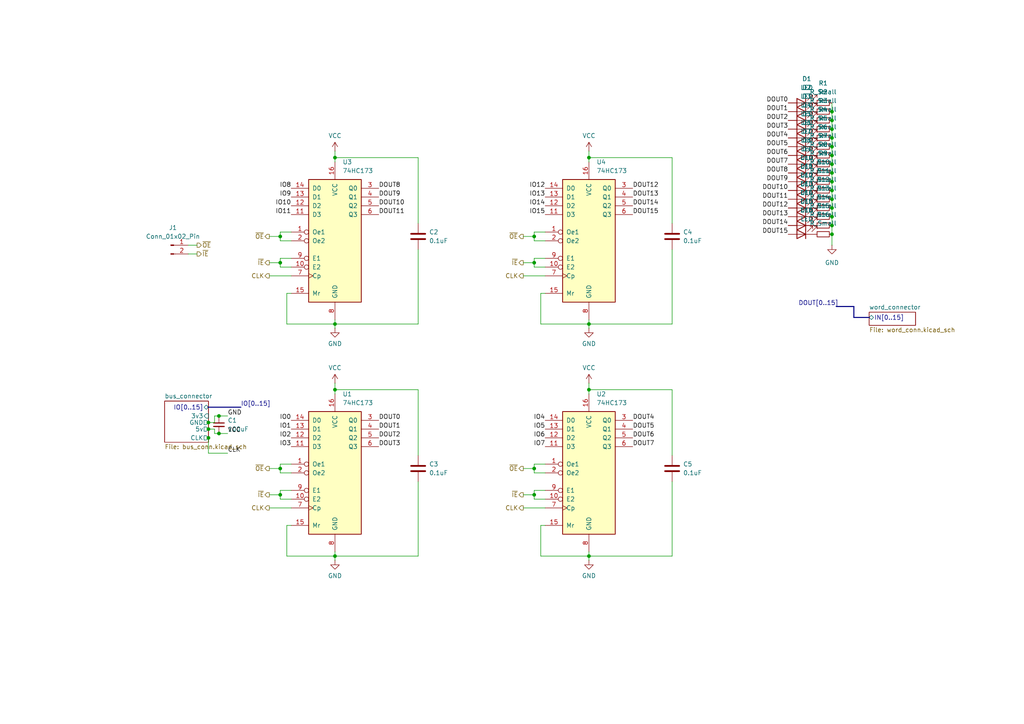
<source format=kicad_sch>
(kicad_sch (version 20231120) (generator "eeschema") (generator_version "8.0")
  (paper "A4")
  (lib_symbols
    (symbol "74xx:74HC173" (pin_names (offset 1.016))
      (property "Reference" "U" (at -7.62 19.05 0))
      (property "Value" "74HC173" (at -7.62 -19.05 0))
      (symbol "74HC173_1_0"
        (pin input inverted (at -12.7 2.54 0) (length 5.08) (name "Oe1") (number "1"))
        (pin input inverted (at -12.7 -7.62 0) (length 5.08) (name "E2") (number "10"))
        (pin input line (at -12.7 7.62 0) (length 5.08) (name "D3") (number "11"))
        (pin input line (at -12.7 10.16 0) (length 5.08) (name "D2") (number "12"))
        (pin input line (at -12.7 12.7 0) (length 5.08) (name "D1") (number "13"))
        (pin input line (at -12.7 15.24 0) (length 5.08) (name "D0") (number "14"))
        (pin input line (at -12.7 -15.24 0) (length 5.08) (name "Mr") (number "15"))
        (pin power_in line (at 0 22.86 270) (length 5.08) (name "VCC") (number "16"))
        (pin input inverted (at -12.7 0 0) (length 5.08) (name "Oe2") (number "2"))
        (pin tri_state line (at 12.7 15.24 180) (length 5.08) (name "Q0") (number "3"))
        (pin tri_state line (at 12.7 12.7 180) (length 5.08) (name "Q1") (number "4"))
        (pin tri_state line (at 12.7 10.16 180) (length 5.08) (name "Q2") (number "5"))
        (pin tri_state line (at 12.7 7.62 180) (length 5.08) (name "Q3") (number "6"))
        (pin input clock (at -12.7 -10.16 0) (length 5.08) (name "Cp") (number "7"))
        (pin power_in line (at 0 -22.86 90) (length 5.08) (name "GND") (number "8"))
        (pin input inverted (at -12.7 -5.08 0) (length 5.08) (name "E1") (number "9"))
      )
      (symbol "74HC173_1_1"
        (rectangle (start -7.62 17.78) (end 7.62 -17.78) (stroke (width 0.254)) (fill (type background)))
      )
    )
    (symbol "Connector:Conn_01x02_Pin" (pin_names (offset 1.016) hide)
      (property "Reference" "J" (at 0 2.54 0))
      (property "Value" "Conn_01x02_Pin" (at 0 -5.08 0))
      (symbol "Conn_01x02_Pin_1_1"
        (polyline (pts (xy 1.27 -2.54) (xy 0.8636 -2.54)) (stroke (width 0.1524)))
        (polyline (pts (xy 1.27 0) (xy 0.8636 0)) (stroke (width 0.1524)))
        (rectangle (start 0.8636 -2.413) (end 0 -2.667) (stroke (width 0.1524)) (fill (type outline)))
        (rectangle (start 0.8636 0.127) (end 0 -0.127) (stroke (width 0.1524)) (fill (type outline)))
        (pin passive line (at 5.08 0 180) (length 3.81) (name "Pin_1") (number "1"))
        (pin passive line (at 5.08 -2.54 180) (length 3.81) (name "Pin_2") (number "2"))
      )
    )
    (symbol "Device:C" (pin_numbers hide) (pin_names (offset 0.254))
      (property "Reference" "C" (at 0.635 2.54 0))
      (property "Value" "C" (at 0.635 -2.54 0))
      (symbol "C_0_1"
        (polyline (pts (xy -2.032 -0.762) (xy 2.032 -0.762)) (stroke (width 0.508)))
        (polyline (pts (xy -2.032 0.762) (xy 2.032 0.762)) (stroke (width 0.508)))
      )
      (symbol "C_1_1"
        (pin passive line (at 0 3.81 270) (length 2.794) (name "~") (number "1"))
        (pin passive line (at 0 -3.81 90) (length 2.794) (name "~") (number "2"))
      )
    )
    (symbol "Device:C_Small" (pin_numbers hide) (pin_names (offset 0.254) hide)
      (property "Reference" "C" (at 0.254 1.778 0))
      (property "Value" "C_Small" (at 0.254 -2.032 0))
      (symbol "C_Small_0_1"
        (polyline (pts (xy -1.524 -0.508) (xy 1.524 -0.508)) (stroke (width 0.3302)))
        (polyline (pts (xy -1.524 0.508) (xy 1.524 0.508)) (stroke (width 0.3048)))
      )
      (symbol "C_Small_1_1"
        (pin passive line (at 0 2.54 270) (length 2.032) (name "~") (number "1"))
        (pin passive line (at 0 -2.54 90) (length 2.032) (name "~") (number "2"))
      )
    )
    (symbol "Device:LED" (pin_numbers hide) (pin_names (offset 1.016) hide)
      (property "Reference" "D" (at 0 2.54 0))
      (property "Value" "LED" (at 0 -2.54 0))
      (symbol "LED_0_1"
        (polyline (pts (xy -1.27 -1.27) (xy -1.27 1.27)) (stroke (width 0.254)))
        (polyline (pts (xy -1.27 0) (xy 1.27 0)))
        (polyline (pts (xy 1.27 -1.27) (xy 1.27 1.27) (xy -1.27 0) (xy 1.27 -1.27)) (stroke (width 0.254)))
        (polyline (pts (xy -3.048 -0.762) (xy -4.572 -2.286) (xy -3.81 -2.286) (xy -4.572 -2.286) (xy -4.572 -1.524)))
        (polyline (pts (xy -1.778 -0.762) (xy -3.302 -2.286) (xy -2.54 -2.286) (xy -3.302 -2.286) (xy -3.302 -1.524)))
      )
      (symbol "LED_1_1"
        (pin passive line (at -3.81 0 0) (length 2.54) (name "K") (number "1"))
        (pin passive line (at 3.81 0 180) (length 2.54) (name "A") (number "2"))
      )
    )
    (symbol "Device:R_Small" (pin_numbers hide) (pin_names (offset 0.254) hide)
      (property "Reference" "R" (at 0.762 0.508 0))
      (property "Value" "R_Small" (at 0.762 -1.016 0))
      (symbol "R_Small_0_1"
        (rectangle (start -0.762 1.778) (end 0.762 -1.778) (stroke (width 0.2032)))
      )
      (symbol "R_Small_1_1"
        (pin passive line (at 0 2.54 270) (length 0.762) (name "~") (number "1"))
        (pin passive line (at 0 -2.54 90) (length 0.762) (name "~") (number "2"))
      )
    )
    (symbol "power:GND" (power) (pin_numbers hide) (pin_names (offset 0) hide)
      (property "Value" "GND" (at 0 -3.81 0))
      (symbol "GND_0_1"
        (polyline (pts (xy 0 0) (xy 0 -1.27) (xy 1.27 -1.27) (xy 0 -2.54) (xy -1.27 -1.27) (xy 0 -1.27)))
      )
      (symbol "GND_1_1"
        (pin power_in line (at 0 0 270) (length 0) (name "~") (number "1"))
      )
    )
    (symbol "power:VCC" (power) (pin_numbers hide) (pin_names (offset 0) hide)
      (property "Value" "VCC" (at 0 3.556 0))
      (symbol "VCC_0_1"
        (polyline (pts (xy -0.762 1.27) (xy 0 2.54)))
        (polyline (pts (xy 0 0) (xy 0 2.54)))
        (polyline (pts (xy 0 2.54) (xy 0.762 1.27)))
      )
      (symbol "VCC_1_1"
        (pin power_in line (at 0 0 90) (length 0) (name "~") (number "1"))
      )
    )
  )
  (junction (at 241.3 32.385))
  (junction (at 241.3 42.545))
  (junction (at 154.94 76.2))
  (junction (at 241.3 67.945))
  (junction (at 241.3 62.865))
  (junction (at 63.5 120.65))
  (junction (at 170.815 161.29))
  (junction (at 97.155 161.29))
  (junction (at 97.155 113.03))
  (junction (at 241.3 50.165))
  (junction (at 241.3 52.705))
  (junction (at 154.94 143.51))
  (junction (at 170.815 93.98))
  (junction (at 170.815 45.72))
  (junction (at 241.3 47.625))
  (junction (at 97.155 45.72))
  (junction (at 241.3 40.005))
  (junction (at 60.452 122.555))
  (junction (at 81.28 68.58))
  (junction (at 81.28 76.2))
  (junction (at 170.815 113.03))
  (junction (at 97.155 93.98))
  (junction (at 60.452 127))
  (junction (at 81.28 135.89))
  (junction (at 241.3 34.925))
  (junction (at 154.94 135.89))
  (junction (at 241.3 57.785))
  (junction (at 241.3 45.085))
  (junction (at 81.28 143.51))
  (junction (at 241.3 60.325))
  (junction (at 60.452 124.46))
  (junction (at 154.94 68.58))
  (junction (at 241.3 37.465))
  (junction (at 241.3 55.245))
  (junction (at 241.3 65.405))
  (junction (at 63.5 125.73))
  (wire (pts (xy 81.28 137.16) (xy 84.455 137.16)))
  (wire (pts (xy 241.3 62.865) (xy 241.3 65.405)))
  (wire (pts (xy 154.94 74.93) (xy 154.94 76.2)))
  (wire (pts (xy 241.3 65.405) (xy 241.3 67.945)))
  (wire (pts (xy 62.23 122.555) (xy 62.23 120.65)))
  (wire (pts (xy 84.455 67.31) (xy 81.28 67.31)))
  (wire (pts (xy 241.3 45.085) (xy 241.3 47.625)))
  (wire (pts (xy 78.105 143.51) (xy 81.28 143.51)))
  (wire (pts (xy 241.3 29.845) (xy 241.3 32.385)))
  (wire (pts (xy 60.452 131.445) (xy 60.452 127)))
  (wire (pts (xy 241.3 55.245) (xy 241.3 57.785)))
  (wire (pts (xy 83.185 152.4) (xy 83.185 161.29)))
  (bus (pts (xy 247.65 92.075) (xy 247.65 88.9)))
  (wire (pts (xy 156.845 152.4) (xy 156.845 161.29)))
  (wire (pts (xy 97.155 45.72) (xy 97.155 46.99)))
  (wire (pts (xy 84.455 74.93) (xy 81.28 74.93)))
  (wire (pts (xy 81.28 142.24) (xy 81.28 143.51)))
  (wire (pts (xy 151.765 135.89) (xy 154.94 135.89)))
  (wire (pts (xy 154.94 77.47) (xy 158.115 77.47)))
  (wire (pts (xy 97.155 161.29) (xy 97.155 162.56)))
  (wire (pts (xy 241.3 32.385) (xy 241.3 34.925)))
  (wire (pts (xy 158.115 67.31) (xy 154.94 67.31)))
  (wire (pts (xy 241.3 40.005) (xy 241.3 42.545)))
  (wire (pts (xy 154.94 67.31) (xy 154.94 68.58)))
  (wire (pts (xy 154.94 142.24) (xy 154.94 143.51)))
  (wire (pts (xy 170.815 113.03) (xy 170.815 114.3)))
  (wire (pts (xy 121.285 45.72) (xy 121.285 64.77)))
  (bus (pts (xy 60.325 118.11) (xy 69.85 118.11)))
  (wire (pts (xy 97.155 113.03) (xy 97.155 114.3)))
  (bus (pts (xy 252.095 92.075) (xy 247.65 92.075)))
  (wire (pts (xy 81.28 77.47) (xy 84.455 77.47)))
  (bus (pts (xy 242.57 88.9) (xy 247.65 88.9)))
  (wire (pts (xy 241.3 47.625) (xy 241.3 50.165)))
  (wire (pts (xy 170.815 113.03) (xy 194.945 113.03)))
  (wire (pts (xy 121.285 113.03) (xy 121.285 132.08)))
  (wire (pts (xy 97.155 93.98) (xy 121.285 93.98)))
  (wire (pts (xy 170.815 93.98) (xy 170.815 92.71)))
  (wire (pts (xy 151.765 76.2) (xy 154.94 76.2)))
  (wire (pts (xy 81.28 68.58) (xy 81.28 69.85)))
  (wire (pts (xy 156.845 93.98) (xy 170.815 93.98)))
  (wire (pts (xy 156.845 85.09) (xy 158.115 85.09)))
  (wire (pts (xy 241.3 42.545) (xy 241.3 45.085)))
  (wire (pts (xy 154.94 143.51) (xy 154.94 144.78)))
  (wire (pts (xy 60.325 124.46) (xy 60.452 124.46)))
  (wire (pts (xy 81.28 144.78) (xy 84.455 144.78)))
  (wire (pts (xy 151.765 143.51) (xy 154.94 143.51)))
  (wire (pts (xy 194.945 45.72) (xy 194.945 64.77)))
  (wire (pts (xy 97.155 45.72) (xy 121.285 45.72)))
  (wire (pts (xy 81.28 74.93) (xy 81.28 76.2)))
  (wire (pts (xy 54.61 71.12) (xy 57.15 71.12)))
  (wire (pts (xy 81.28 76.2) (xy 81.28 77.47)))
  (wire (pts (xy 83.185 93.98) (xy 97.155 93.98)))
  (wire (pts (xy 54.61 73.66) (xy 57.15 73.66)))
  (wire (pts (xy 97.155 161.29) (xy 121.285 161.29)))
  (wire (pts (xy 154.94 76.2) (xy 154.94 77.47)))
  (wire (pts (xy 170.815 45.72) (xy 194.945 45.72)))
  (wire (pts (xy 170.815 161.29) (xy 170.815 162.56)))
  (wire (pts (xy 151.765 68.58) (xy 154.94 68.58)))
  (wire (pts (xy 241.3 50.165) (xy 241.3 52.705)))
  (wire (pts (xy 81.28 134.62) (xy 81.28 135.89)))
  (wire (pts (xy 97.155 113.03) (xy 121.285 113.03)))
  (wire (pts (xy 83.185 85.09) (xy 83.185 93.98)))
  (wire (pts (xy 81.28 143.51) (xy 81.28 144.78)))
  (wire (pts (xy 78.105 147.32) (xy 84.455 147.32)))
  (wire (pts (xy 170.815 45.72) (xy 170.815 46.99)))
  (wire (pts (xy 241.3 57.785) (xy 241.3 60.325)))
  (wire (pts (xy 241.3 67.945) (xy 241.3 71.12)))
  (wire (pts (xy 158.115 142.24) (xy 154.94 142.24)))
  (wire (pts (xy 78.105 68.58) (xy 81.28 68.58)))
  (wire (pts (xy 158.115 134.62) (xy 154.94 134.62)))
  (wire (pts (xy 170.815 43.815) (xy 170.815 45.72)))
  (wire (pts (xy 81.28 67.31) (xy 81.28 68.58)))
  (wire (pts (xy 241.3 52.705) (xy 241.3 55.245)))
  (wire (pts (xy 151.765 147.32) (xy 158.115 147.32)))
  (wire (pts (xy 194.945 113.03) (xy 194.945 132.08)))
  (wire (pts (xy 154.94 144.78) (xy 158.115 144.78)))
  (wire (pts (xy 60.452 122.555) (xy 62.23 122.555)))
  (wire (pts (xy 170.815 161.29) (xy 194.945 161.29)))
  (wire (pts (xy 170.815 111.125) (xy 170.815 113.03)))
  (wire (pts (xy 154.94 69.85) (xy 158.115 69.85)))
  (wire (pts (xy 170.815 93.98) (xy 170.815 95.25)))
  (wire (pts (xy 78.105 80.01) (xy 84.455 80.01)))
  (wire (pts (xy 170.815 161.29) (xy 170.815 160.02)))
  (wire (pts (xy 241.3 60.325) (xy 241.3 62.865)))
  (wire (pts (xy 78.105 135.89) (xy 81.28 135.89)))
  (wire (pts (xy 62.23 125.73) (xy 63.5 125.73)))
  (wire (pts (xy 62.23 125.73) (xy 62.23 124.46)))
  (wire (pts (xy 241.3 34.925) (xy 241.3 37.465)))
  (wire (pts (xy 156.845 85.09) (xy 156.845 93.98)))
  (wire (pts (xy 156.845 161.29) (xy 170.815 161.29)))
  (wire (pts (xy 170.815 93.98) (xy 194.945 93.98)))
  (wire (pts (xy 97.155 111.125) (xy 97.155 113.03)))
  (wire (pts (xy 194.945 93.98) (xy 194.945 72.39)))
  (wire (pts (xy 81.28 135.89) (xy 81.28 137.16)))
  (wire (pts (xy 97.155 43.815) (xy 97.155 45.72)))
  (wire (pts (xy 78.105 76.2) (xy 81.28 76.2)))
  (wire (pts (xy 121.285 161.29) (xy 121.285 139.7)))
  (wire (pts (xy 121.285 93.98) (xy 121.285 72.39)))
  (wire (pts (xy 97.155 161.29) (xy 97.155 160.02)))
  (wire (pts (xy 194.945 161.29) (xy 194.945 139.7)))
  (wire (pts (xy 62.23 124.46) (xy 60.452 124.46)))
  (wire (pts (xy 84.455 142.24) (xy 81.28 142.24)))
  (wire (pts (xy 154.94 68.58) (xy 154.94 69.85)))
  (wire (pts (xy 156.845 152.4) (xy 158.115 152.4)))
  (wire (pts (xy 84.455 134.62) (xy 81.28 134.62)))
  (wire (pts (xy 154.94 134.62) (xy 154.94 135.89)))
  (wire (pts (xy 97.155 93.98) (xy 97.155 95.25)))
  (wire (pts (xy 63.5 120.65) (xy 66.04 120.65)))
  (wire (pts (xy 154.94 135.89) (xy 154.94 137.16)))
  (wire (pts (xy 83.185 85.09) (xy 84.455 85.09)))
  (wire (pts (xy 83.185 161.29) (xy 97.155 161.29)))
  (wire (pts (xy 81.28 69.85) (xy 84.455 69.85)))
  (wire (pts (xy 158.115 74.93) (xy 154.94 74.93)))
  (wire (pts (xy 60.325 122.555) (xy 60.452 122.555)))
  (wire (pts (xy 60.452 131.445) (xy 66.04 131.445)))
  (wire (pts (xy 83.185 152.4) (xy 84.455 152.4)))
  (wire (pts (xy 151.765 80.01) (xy 158.115 80.01)))
  (wire (pts (xy 63.5 125.73) (xy 66.04 125.73)))
  (wire (pts (xy 60.325 127) (xy 60.452 127)))
  (wire (pts (xy 154.94 137.16) (xy 158.115 137.16)))
  (wire (pts (xy 97.155 93.98) (xy 97.155 92.71)))
  (wire (pts (xy 241.3 37.465) (xy 241.3 40.005)))
  (wire (pts (xy 62.23 120.65) (xy 63.5 120.65)))
  (label "DOUT6" (at 228.6 45.085 180))
  (label "IO5" (at 158.115 124.46 180))
  (label "DOUT14" (at 183.515 59.69 0))
  (label "DOUT3" (at 228.6 37.465 180))
  (label "IO2" (at 84.455 127 180))
  (label "IO14" (at 158.115 59.69 180))
  (label "DOUT15" (at 183.515 62.23 0))
  (label "DOUT[0..15]" (at 243.205 88.9 180))
  (label "IO7" (at 158.115 129.54 180))
  (label "IO4" (at 158.115 121.92 180))
  (label "IO11" (at 84.455 62.23 180))
  (label "IO3" (at 84.455 129.54 180))
  (label "DOUT10" (at 109.855 59.69 0))
  (label "IO9" (at 84.455 57.15 180))
  (label "DOUT0" (at 109.855 121.92 0))
  (label "IO[0..15]" (at 69.85 118.11 0))
  (label "DOUT13" (at 228.6 62.865 180))
  (label "IO1" (at 84.455 124.46 180))
  (label "DOUT1" (at 228.6 32.385 180))
  (label "DOUT9" (at 228.6 52.705 180))
  (label "DOUT11" (at 228.6 57.785 180))
  (label "DOUT14" (at 228.6 65.405 180))
  (label "DOUT4" (at 183.515 121.92 0))
  (label "DOUT1" (at 109.855 124.46 0))
  (label "IO12" (at 158.115 54.61 180))
  (label "DOUT5" (at 228.6 42.545 180))
  (label "DOUT3" (at 109.855 129.54 0))
  (label "DOUT7" (at 228.6 47.625 180))
  (label "GND" (at 66.04 120.65 0))
  (label "VCC" (at 66.04 125.73 0))
  (label "IO6" (at 158.115 127 180))
  (label "DOUT11" (at 109.855 62.23 0))
  (label "IO8" (at 84.455 54.61 180))
  (label "DOUT13" (at 183.515 57.15 0))
  (label "DOUT8" (at 228.6 50.165 180))
  (label "DOUT8" (at 109.855 54.61 0))
  (label "IO15" (at 158.115 62.23 180))
  (label "DOUT4" (at 228.6 40.005 180))
  (label "DOUT2" (at 228.6 34.925 180))
  (label "IO0" (at 84.455 121.92 180))
  (label "DOUT10" (at 228.6 55.245 180))
  (label "IO10" (at 84.455 59.69 180))
  (label "DOUT7" (at 183.515 129.54 0))
  (label "DOUT6" (at 183.515 127 0))
  (label "DOUT15" (at 228.6 67.945 180))
  (label "DOUT2" (at 109.855 127 0))
  (label "DOUT5" (at 183.515 124.46 0))
  (label "CLK" (at 66.04 131.445 0))
  (label "DOUT12" (at 228.6 60.325 180))
  (label "DOUT12" (at 183.515 54.61 0))
  (label "IO13" (at 158.115 57.15 180))
  (label "DOUT0" (at 228.6 29.845 180))
  (label "DOUT9" (at 109.855 57.15 0))
  (hierarchical_label "~{IE}" (shape output) (at 78.105 76.2 180))
  (hierarchical_label "~{OE}" (shape output) (at 151.765 68.58 180))
  (hierarchical_label "~{IE}" (shape output) (at 78.105 143.51 180))
  (hierarchical_label "~{OE}" (shape output) (at 151.765 135.89 180))
  (hierarchical_label "~{OE}" (shape output) (at 78.105 68.58 180))
  (hierarchical_label "~{OE}" (shape output) (at 78.105 135.89 180))
  (hierarchical_label "CLK" (shape output) (at 78.105 147.32 180))
  (hierarchical_label "~{IE}" (shape output) (at 151.765 143.51 180))
  (hierarchical_label "CLK" (shape output) (at 78.105 80.01 180))
  (hierarchical_label "~{IE}" (shape output) (at 57.15 73.66 0))
  (hierarchical_label "~{IE}" (shape output) (at 151.765 76.2 180))
  (hierarchical_label "CLK" (shape output) (at 151.765 80.01 180))
  (hierarchical_label "CLK" (shape output) (at 151.765 147.32 180))
  (hierarchical_label "~{OE}" (shape output) (at 57.15 71.12 0))
  (symbol (lib_id "Device:R_Small") (at 238.76 65.405 90) (unit 1)
    (property "Reference" "R15" (at 238.76 59.69 90))
    (property "Value" "R_Small" (at 238.76 62.23 90))
    (property "Footprint" "Resistor_SMD:R_0603_1608Metric" (effects (hide yes)))
    (property "Description" "Resistor, small symbol" (effects (hide yes)))
  )
  (symbol (lib_id "Device:R_Small") (at 238.76 57.785 90) (unit 1)
    (property "Reference" "R12" (at 238.76 52.07 90))
    (property "Value" "R_Small" (at 238.76 54.61 90))
    (property "Footprint" "Resistor_SMD:R_0603_1608Metric" (effects (hide yes)))
    (property "Description" "Resistor, small symbol" (effects (hide yes)))
  )
  (symbol (lib_id "power:GND") (at 241.3 71.12 0) (unit 1)
    (property "Reference" "#PWR09" (effects (hide yes)))
    (property "Value" "GND" (at 241.3 76.2 0))
    (property "Description" "Power symbol creates a global label with name \"GND\" , ground" (effects (hide yes)))
  )
  (symbol (lib_id "Device:R_Small") (at 238.76 42.545 90) (unit 1)
    (property "Reference" "R6" (at 238.76 36.83 90))
    (property "Value" "R_Small" (at 238.76 39.37 90))
    (property "Footprint" "Resistor_SMD:R_0603_1608Metric" (effects (hide yes)))
    (property "Description" "Resistor, small symbol" (effects (hide yes)))
  )
  (symbol (lib_id "Device:LED") (at 232.41 40.005 180) (unit 1)
    (property "Reference" "D5" (at 233.9975 33.02 0))
    (property "Value" "LED" (at 233.9975 35.56 0))
    (property "Footprint" "LED_SMD:LED_0603_1608Metric" (effects (hide yes)))
    (property "Description" "Light emitting diode" (effects (hide yes)))
  )
  (symbol (lib_id "Connector:Conn_01x02_Pin") (at 49.53 71.12 0) (unit 1)
    (property "Reference" "J1" (at 50.165 66.04 0))
    (property "Value" "Conn_01x02_Pin" (at 50.165 68.58 0))
    (property "Footprint" "Connector_PinHeader_2.54mm:PinHeader_1x02_P2.54mm_Vertical" (effects (hide yes)))
    (property "Description" "Generic connector, single row, 01x02, script generated" (effects (hide yes)))
  )
  (symbol (lib_id "Device:R_Small") (at 238.76 29.845 90) (unit 1)
    (property "Reference" "R1" (at 238.76 24.13 90))
    (property "Value" "R_Small" (at 238.76 26.67 90))
    (property "Footprint" "Resistor_SMD:R_0603_1608Metric" (effects (hide yes)))
    (property "Description" "Resistor, small symbol" (effects (hide yes)))
  )
  (symbol (lib_id "Device:LED") (at 232.41 67.945 180) (unit 1)
    (property "Reference" "D16" (at 233.9975 60.96 0))
    (property "Value" "LED" (at 233.9975 63.5 0))
    (property "Footprint" "LED_SMD:LED_0603_1608Metric" (effects (hide yes)))
    (property "Description" "Light emitting diode" (effects (hide yes)))
  )
  (symbol (lib_id "Device:LED") (at 232.41 34.925 180) (unit 1)
    (property "Reference" "D3" (at 233.9975 27.94 0))
    (property "Value" "LED" (at 233.9975 30.48 0))
    (property "Footprint" "LED_SMD:LED_0603_1608Metric" (effects (hide yes)))
    (property "Description" "Light emitting diode" (effects (hide yes)))
  )
  (symbol (lib_id "power:GND") (at 170.815 162.56 0) (unit 1)
    (property "Reference" "#PWR08" (effects (hide yes)))
    (property "Value" "GND" (at 170.815 167.005 0))
    (property "Description" "Power symbol creates a global label with name \"GND\" , ground" (effects (hide yes)))
  )
  (symbol (lib_id "Device:LED") (at 232.41 65.405 180) (unit 1)
    (property "Reference" "D15" (at 233.9975 58.42 0))
    (property "Value" "LED" (at 233.9975 60.96 0))
    (property "Footprint" "LED_SMD:LED_0603_1608Metric" (effects (hide yes)))
    (property "Description" "Light emitting diode" (effects (hide yes)))
  )
  (symbol (lib_id "power:GND") (at 97.155 95.25 0) (unit 1)
    (property "Reference" "#PWR02" (effects (hide yes)))
    (property "Value" "GND" (at 97.155 99.695 0))
    (property "Description" "Power symbol creates a global label with name \"GND\" , ground" (effects (hide yes)))
  )
  (symbol (lib_id "power:GND") (at 170.815 95.25 0) (unit 1)
    (property "Reference" "#PWR06" (effects (hide yes)))
    (property "Value" "GND" (at 170.815 99.695 0))
    (property "Description" "Power symbol creates a global label with name \"GND\" , ground" (effects (hide yes)))
  )
  (symbol (lib_id "Device:C") (at 194.945 135.89 0) (unit 1)
    (property "Reference" "C5" (at 198.12 134.6199 0) (effects (justify left)))
    (property "Value" "0.1uF" (at 198.12 137.1599 0) (effects (justify left)))
    (property "Footprint" "Capacitor_SMD:C_0603_1608Metric" (effects (hide yes)))
    (property "Description" "Unpolarized capacitor" (effects (hide yes)))
  )
  (symbol (lib_id "Device:LED") (at 232.41 57.785 180) (unit 1)
    (property "Reference" "D12" (at 233.9975 50.8 0))
    (property "Value" "LED" (at 233.9975 53.34 0))
    (property "Footprint" "LED_SMD:LED_0603_1608Metric" (effects (hide yes)))
    (property "Description" "Light emitting diode" (effects (hide yes)))
  )
  (symbol (lib_id "74xx:74HC173") (at 170.815 137.16 0) (unit 1)
    (property "Reference" "U2" (at 173.0091 114.3 0) (effects (justify left)))
    (property "Value" "74HC173" (at 173.0091 116.84 0) (effects (justify left)))
    (property "Footprint" "Package_SO:SOIC-16_3.9x9.9mm_P1.27mm" (effects (hide yes)))
    (property "Datasheet" "https://www.ti.com/lit/ds/symlink/cd74hc173.pdf" (effects (hide yes)))
    (property "Description" "4-bit D-type Register, 3 state out" (effects (hide yes)))
  )
  (symbol (lib_id "Device:R_Small") (at 238.76 37.465 90) (unit 1)
    (property "Reference" "R4" (at 238.76 31.75 90))
    (property "Value" "R_Small" (at 238.76 34.29 90))
    (property "Footprint" "Resistor_SMD:R_0603_1608Metric" (effects (hide yes)))
    (property "Description" "Resistor, small symbol" (effects (hide yes)))
  )
  (symbol (lib_id "Device:LED") (at 232.41 52.705 180) (unit 1)
    (property "Reference" "D10" (at 233.9975 45.72 0))
    (property "Value" "LED" (at 233.9975 48.26 0))
    (property "Footprint" "LED_SMD:LED_0603_1608Metric" (effects (hide yes)))
    (property "Description" "Light emitting diode" (effects (hide yes)))
  )
  (symbol (lib_id "Device:LED") (at 232.41 62.865 180) (unit 1)
    (property "Reference" "D14" (at 233.9975 55.88 0))
    (property "Value" "LED" (at 233.9975 58.42 0))
    (property "Footprint" "LED_SMD:LED_0603_1608Metric" (effects (hide yes)))
    (property "Description" "Light emitting diode" (effects (hide yes)))
  )
  (symbol (lib_id "Device:R_Small") (at 238.76 52.705 90) (unit 1)
    (property "Reference" "R10" (at 238.76 46.99 90))
    (property "Value" "R_Small" (at 238.76 49.53 90))
    (property "Footprint" "Resistor_SMD:R_0603_1608Metric" (effects (hide yes)))
    (property "Description" "Resistor, small symbol" (effects (hide yes)))
  )
  (symbol (lib_id "Device:LED") (at 232.41 50.165 180) (unit 1)
    (property "Reference" "D9" (at 233.9975 43.18 0))
    (property "Value" "LED" (at 233.9975 45.72 0))
    (property "Footprint" "LED_SMD:LED_0603_1608Metric" (effects (hide yes)))
    (property "Description" "Light emitting diode" (effects (hide yes)))
  )
  (symbol (lib_id "Device:LED") (at 232.41 42.545 180) (unit 1)
    (property "Reference" "D6" (at 233.9975 35.56 0))
    (property "Value" "LED" (at 233.9975 38.1 0))
    (property "Footprint" "LED_SMD:LED_0603_1608Metric" (effects (hide yes)))
    (property "Description" "Light emitting diode" (effects (hide yes)))
  )
  (symbol (lib_id "Device:R_Small") (at 238.76 60.325 90) (unit 1)
    (property "Reference" "R13" (at 238.76 54.61 90))
    (property "Value" "R_Small" (at 238.76 57.15 90))
    (property "Footprint" "Resistor_SMD:R_0603_1608Metric" (effects (hide yes)))
    (property "Description" "Resistor, small symbol" (effects (hide yes)))
  )
  (symbol (lib_id "Device:R_Small") (at 238.76 50.165 90) (unit 1)
    (property "Reference" "R9" (at 238.76 44.45 90))
    (property "Value" "R_Small" (at 238.76 46.99 90))
    (property "Footprint" "Resistor_SMD:R_0603_1608Metric" (effects (hide yes)))
    (property "Description" "Resistor, small symbol" (effects (hide yes)))
  )
  (symbol (lib_id "74xx:74HC173") (at 97.155 137.16 0) (unit 1)
    (property "Reference" "U1" (at 99.3491 114.3 0) (effects (justify left)))
    (property "Value" "74HC173" (at 99.3491 116.84 0) (effects (justify left)))
    (property "Footprint" "Package_SO:SOIC-16_3.9x9.9mm_P1.27mm" (effects (hide yes)))
    (property "Datasheet" "https://www.ti.com/lit/ds/symlink/cd74hc173.pdf" (effects (hide yes)))
    (property "Description" "4-bit D-type Register, 3 state out" (effects (hide yes)))
  )
  (symbol (lib_id "Device:C") (at 121.285 135.89 0) (unit 1)
    (property "Reference" "C3" (at 124.46 134.6199 0) (effects (justify left)))
    (property "Value" "0.1uF" (at 124.46 137.1599 0) (effects (justify left)))
    (property "Footprint" "Capacitor_SMD:C_0603_1608Metric" (effects (hide yes)))
    (property "Description" "Unpolarized capacitor" (effects (hide yes)))
  )
  (symbol (lib_id "Device:LED") (at 232.41 32.385 180) (unit 1)
    (property "Reference" "D2" (at 233.9975 25.4 0))
    (property "Value" "LED" (at 233.9975 27.94 0))
    (property "Footprint" "LED_SMD:LED_0603_1608Metric" (effects (hide yes)))
    (property "Description" "Light emitting diode" (effects (hide yes)))
  )
  (symbol (lib_id "Device:R_Small") (at 238.76 62.865 90) (unit 1)
    (property "Reference" "R14" (at 238.76 57.15 90))
    (property "Value" "R_Small" (at 238.76 59.69 90))
    (property "Footprint" "Resistor_SMD:R_0603_1608Metric" (effects (hide yes)))
    (property "Description" "Resistor, small symbol" (effects (hide yes)))
  )
  (symbol (lib_id "74xx:74HC173") (at 170.815 69.85 0) (unit 1)
    (property "Reference" "U4" (at 173.0091 46.99 0) (effects (justify left)))
    (property "Value" "74HC173" (at 173.0091 49.53 0) (effects (justify left)))
    (property "Footprint" "Package_SO:SOIC-16_3.9x9.9mm_P1.27mm" (effects (hide yes)))
    (property "Datasheet" "https://www.ti.com/lit/ds/symlink/cd74hc173.pdf" (effects (hide yes)))
    (property "Description" "4-bit D-type Register, 3 state out" (effects (hide yes)))
  )
  (symbol (lib_id "power:VCC") (at 170.815 111.125 0) (unit 1)
    (property "Reference" "#PWR07" (effects (hide yes)))
    (property "Value" "VCC" (at 170.815 106.68 0))
    (property "Description" "Power symbol creates a global label with name \"VCC\"" (effects (hide yes)))
  )
  (symbol (lib_id "Device:LED") (at 232.41 37.465 180) (unit 1)
    (property "Reference" "D4" (at 233.9975 30.48 0))
    (property "Value" "LED" (at 233.9975 33.02 0))
    (property "Footprint" "LED_SMD:LED_0603_1608Metric" (effects (hide yes)))
    (property "Description" "Light emitting diode" (effects (hide yes)))
  )
  (symbol (lib_id "Device:R_Small") (at 238.76 47.625 90) (unit 1)
    (property "Reference" "R8" (at 238.76 41.91 90))
    (property "Value" "R_Small" (at 238.76 44.45 90))
    (property "Footprint" "Resistor_SMD:R_0603_1608Metric" (effects (hide yes)))
    (property "Description" "Resistor, small symbol" (effects (hide yes)))
  )
  (symbol (lib_id "Device:LED") (at 232.41 55.245 180) (unit 1)
    (property "Reference" "D11" (at 233.9975 48.26 0))
    (property "Value" "LED" (at 233.9975 50.8 0))
    (property "Footprint" "LED_SMD:LED_0603_1608Metric" (effects (hide yes)))
    (property "Description" "Light emitting diode" (effects (hide yes)))
  )
  (symbol (lib_id "Device:R_Small") (at 238.76 67.945 90) (unit 1)
    (property "Reference" "R16" (at 238.76 62.23 90))
    (property "Value" "R_Small" (at 238.76 64.77 90))
    (property "Footprint" "Resistor_SMD:R_0603_1608Metric" (effects (hide yes)))
    (property "Description" "Resistor, small symbol" (effects (hide yes)))
  )
  (symbol (lib_id "Device:R_Small") (at 238.76 45.085 90) (unit 1)
    (property "Reference" "R7" (at 238.76 39.37 90))
    (property "Value" "R_Small" (at 238.76 41.91 90))
    (property "Footprint" "Resistor_SMD:R_0603_1608Metric" (effects (hide yes)))
    (property "Description" "Resistor, small symbol" (effects (hide yes)))
  )
  (symbol (lib_id "Device:R_Small") (at 238.76 40.005 90) (unit 1)
    (property "Reference" "R5" (at 238.76 34.29 90))
    (property "Value" "R_Small" (at 238.76 36.83 90))
    (property "Footprint" "Resistor_SMD:R_0603_1608Metric" (effects (hide yes)))
    (property "Description" "Resistor, small symbol" (effects (hide yes)))
  )
  (symbol (lib_id "Device:R_Small") (at 238.76 55.245 90) (unit 1)
    (property "Reference" "R11" (at 238.76 49.53 90))
    (property "Value" "R_Small" (at 238.76 52.07 90))
    (property "Footprint" "Resistor_SMD:R_0603_1608Metric" (effects (hide yes)))
    (property "Description" "Resistor, small symbol" (effects (hide yes)))
  )
  (symbol (lib_id "Device:C") (at 121.285 68.58 0) (unit 1)
    (property "Reference" "C2" (at 124.46 67.3099 0) (effects (justify left)))
    (property "Value" "0.1uF" (at 124.46 69.8499 0) (effects (justify left)))
    (property "Footprint" "Capacitor_SMD:C_0603_1608Metric" (effects (hide yes)))
    (property "Description" "Unpolarized capacitor" (effects (hide yes)))
  )
  (symbol (lib_id "Device:C") (at 194.945 68.58 0) (unit 1)
    (property "Reference" "C4" (at 198.12 67.3099 0) (effects (justify left)))
    (property "Value" "0.1uF" (at 198.12 69.8499 0) (effects (justify left)))
    (property "Footprint" "Capacitor_SMD:C_0603_1608Metric" (effects (hide yes)))
    (property "Description" "Unpolarized capacitor" (effects (hide yes)))
  )
  (symbol (lib_id "Device:LED") (at 232.41 45.085 180) (unit 1)
    (property "Reference" "D7" (at 233.9975 38.1 0))
    (property "Value" "LED" (at 233.9975 40.64 0))
    (property "Footprint" "LED_SMD:LED_0603_1608Metric" (effects (hide yes)))
    (property "Description" "Light emitting diode" (effects (hide yes)))
  )
  (symbol (lib_id "power:VCC") (at 170.815 43.815 0) (unit 1)
    (property "Reference" "#PWR05" (effects (hide yes)))
    (property "Value" "VCC" (at 170.815 39.37 0))
    (property "Description" "Power symbol creates a global label with name \"VCC\"" (effects (hide yes)))
  )
  (symbol (lib_id "power:VCC") (at 97.155 111.125 0) (unit 1)
    (property "Reference" "#PWR03" (effects (hide yes)))
    (property "Value" "VCC" (at 97.155 106.68 0))
    (property "Description" "Power symbol creates a global label with name \"VCC\"" (effects (hide yes)))
  )
  (symbol (lib_id "power:GND") (at 97.155 162.56 0) (unit 1)
    (property "Reference" "#PWR04" (effects (hide yes)))
    (property "Value" "GND" (at 97.155 167.005 0))
    (property "Description" "Power symbol creates a global label with name \"GND\" , ground" (effects (hide yes)))
  )
  (symbol (lib_id "Device:LED") (at 232.41 29.845 180) (unit 1)
    (property "Reference" "D1" (at 233.9975 22.86 0))
    (property "Value" "LED" (at 233.9975 25.4 0))
    (property "Footprint" "LED_SMD:LED_0603_1608Metric" (effects (hide yes)))
    (property "Description" "Light emitting diode" (effects (hide yes)))
  )
  (symbol (lib_id "74xx:74HC173") (at 97.155 69.85 0) (unit 1)
    (property "Reference" "U3" (at 99.3491 46.99 0) (effects (justify left)))
    (property "Value" "74HC173" (at 99.3491 49.53 0) (effects (justify left)))
    (property "Footprint" "Package_SO:SOIC-16_3.9x9.9mm_P1.27mm" (effects (hide yes)))
    (property "Datasheet" "https://www.ti.com/lit/ds/symlink/cd74hc173.pdf" (effects (hide yes)))
    (property "Description" "4-bit D-type Register, 3 state out" (effects (hide yes)))
  )
  (symbol (lib_id "Device:C_Small") (at 63.5 123.19 0) (unit 1)
    (property "Reference" "C1" (at 66.04 121.9262 0) (effects (justify left)))
    (property "Value" "100uF" (at 66.04 124.4662 0) (effects (justify left)))
    (property "Footprint" "Capacitor_SMD:CP_Elec_5x5.3" (effects (hide yes)))
    (property "Description" "Unpolarized capacitor, small symbol" (effects (hide yes)))
  )
  (symbol (lib_id "Device:LED") (at 232.41 47.625 180) (unit 1)
    (property "Reference" "D8" (at 233.9975 40.64 0))
    (property "Value" "LED" (at 233.9975 43.18 0))
    (property "Footprint" "LED_SMD:LED_0603_1608Metric" (effects (hide yes)))
    (property "Description" "Light emitting diode" (effects (hide yes)))
  )
  (symbol (lib_id "Device:LED") (at 232.41 60.325 180) (unit 1)
    (property "Reference" "D13" (at 233.9975 53.34 0))
    (property "Value" "LED" (at 233.9975 55.88 0))
    (property "Footprint" "LED_SMD:LED_0603_1608Metric" (effects (hide yes)))
    (property "Description" "Light emitting diode" (effects (hide yes)))
  )
  (symbol (lib_id "Device:R_Small") (at 238.76 32.385 90) (unit 1)
    (property "Reference" "R2" (at 238.76 26.67 90))
    (property "Value" "R_Small" (at 238.76 29.21 90))
    (property "Footprint" "Resistor_SMD:R_0603_1608Metric" (effects (hide yes)))
    (property "Description" "Resistor, small symbol" (effects (hide yes)))
  )
  (symbol (lib_id "power:VCC") (at 97.155 43.815 0) (unit 1)
    (property "Reference" "#PWR01" (effects (hide yes)))
    (property "Value" "VCC" (at 97.155 39.37 0))
    (property "Description" "Power symbol creates a global label with name \"VCC\"" (effects (hide yes)))
  )
  (symbol (lib_id "Device:R_Small") (at 238.76 34.925 90) (unit 1)
    (property "Reference" "R3" (at 238.76 29.21 90))
    (property "Value" "R_Small" (at 238.76 31.75 90))
    (property "Footprint" "Resistor_SMD:R_0603_1608Metric" (effects (hide yes)))
    (property "Description" "Resistor, small symbol" (effects (hide yes)))
  )
  (sheet (at 47.752 116.332) (size 12.7 11.938) (stroke (width 0.1524))
    (property "Sheetname" "bus_connector" (at 47.752 115.6204 0) (effects (justify left bottom)))
    (property "Sheetfile" "bus_conn.kicad_sch" (at 47.752 128.8546 0) (effects (justify left top)))
    (pin "IO[0..15]" tri_state (at 60.452 118.11 0))
    (pin "3v3" input (at 60.452 120.65 0))
    (pin "GND" output (at 60.452 122.555 0))
    (pin "5v" output (at 60.452 124.46 0))
    (pin "CLK" output (at 60.452 127 0))
  )
  (sheet (at 252.095 90.551) (size 13.462 3.81) (stroke (width 0.1524))
    (property "Sheetname" "word_connector" (at 252.095 89.8394 0) (effects (justify left bottom)))
    (property "Sheetfile" "word_conn.kicad_sch" (at 252.095 94.9456 0) (effects (justify left top)))
    (pin "IN[0..15]" tri_state (at 252.095 92.075 180))
  )
)
</source>
